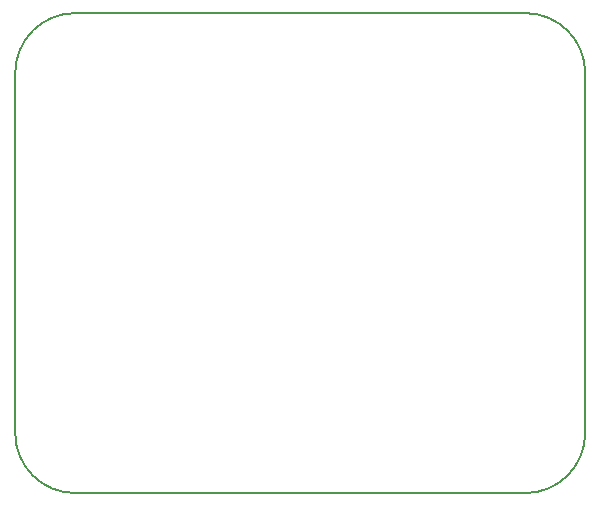
<source format=gbr>
G04 #@! TF.FileFunction,Profile,NP*
%FSLAX46Y46*%
G04 Gerber Fmt 4.6, Leading zero omitted, Abs format (unit mm)*
G04 Created by KiCad (PCBNEW 4.0.6+dfsg1-1) date Wed Jun  6 22:51:37 2018*
%MOMM*%
%LPD*%
G01*
G04 APERTURE LIST*
%ADD10C,0.100000*%
%ADD11C,0.150000*%
G04 APERTURE END LIST*
D10*
D11*
X121920000Y-76200000D02*
X121920000Y-106680000D01*
X127000000Y-71120000D02*
X165100000Y-71120000D01*
X170180000Y-106680000D02*
X170180000Y-76200000D01*
X127000000Y-111760000D02*
X165100000Y-111760000D01*
X127000000Y-71120000D02*
G75*
G03X121920000Y-76200000I0J-5080000D01*
G01*
X121920000Y-106680000D02*
G75*
G03X127000000Y-111760000I5080000J0D01*
G01*
X165100000Y-111760000D02*
G75*
G03X170180000Y-106680000I0J5080000D01*
G01*
X170180000Y-76200000D02*
G75*
G03X165100000Y-71120000I-5080000J0D01*
G01*
M02*

</source>
